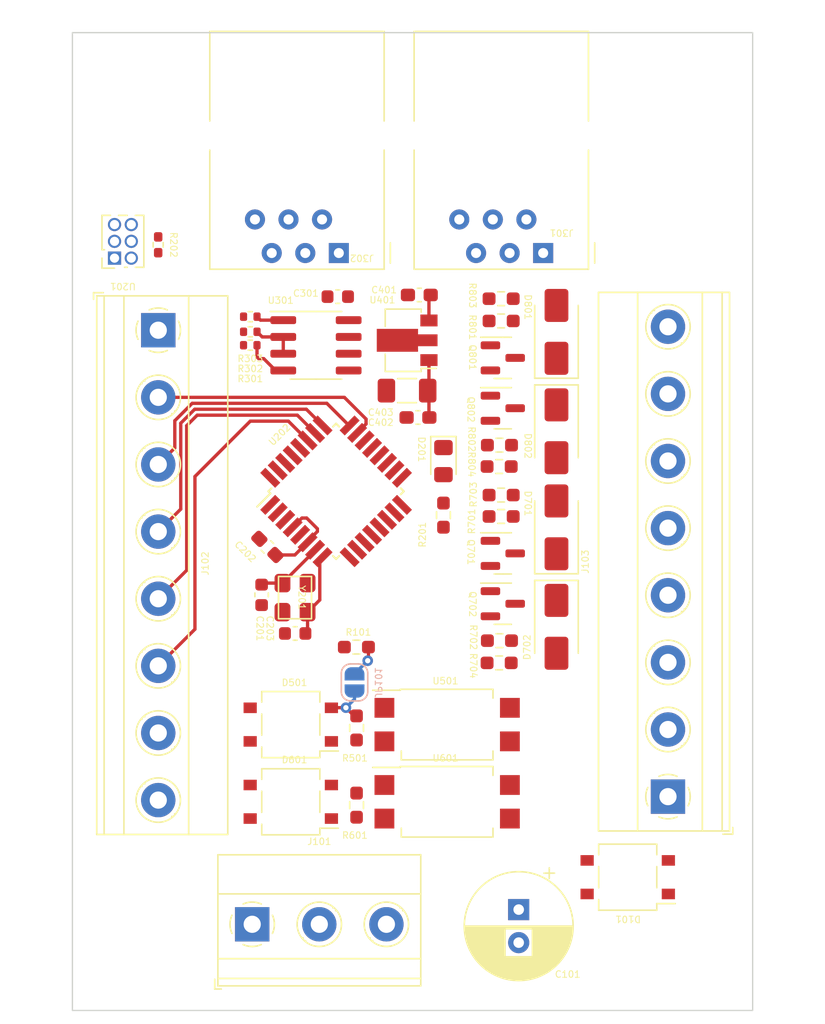
<source format=kicad_pcb>
(kicad_pcb (version 20221018) (generator pcbnew)
  (layers (0 "F.Cu" signal) (31 "B.Cu" signal) (34 "B.Paste" user) (35 "F.Paste" user) (36 "B.SilkS" user "B.Silkscreen") (37 "F.SilkS" user "F.Silkscreen") (38 "B.Mask" user) (39 "F.Mask" user) (44 "Edge.Cuts" user))
  (net 0 "")
  (net 1 "/coil_pow")
  (net 2 "GND")
  (net 3 "/atmega/X1")
  (net 4 "+5V")
  (net 5 "/atmega/X2")
  (net 6 "+12V")
  (net 7 "/AC1")
  (net 8 "/AC2")
  (net 9 "/atmega/LED")
  (net 10 "Net-(D201-A)")
  (net 11 "/sensor1/TRACK")
  (net 12 "/sensor1/COM")
  (net 13 "Net-(D501-+)")
  (net 14 "/sensor2/TRACK")
  (net 15 "Net-(D601-+)")
  (net 16 "/coil_A")
  (net 17 "/coil_B")
  (net 18 "/green")
  (net 19 "/red")
  (net 21 "/Xnet/B")
  (net 22 "/Xnet/A")
  (net 26 "Net-(Q701-G)")
  (net 27 "Net-(Q702-G)")
  (net 28 "Net-(Q801-G)")
  (net 29 "Net-(Q802-G)")
  (net 30 "Net-(JP101-B)")
  (net 31 "/atmega/reset")
  (net 32 "/Xnet/Tx")
  (net 33 "/Xnet/RS485_DIR")
  (net 34 "/Xnet/Rx")
  (net 35 "Net-(R501-Pad1)")
  (net 36 "Net-(R601-Pad1)")
  (net 37 "/Mosfet/Coil_B_TTL")
  (net 38 "/Mosfet/Coil_A_TTL")
  (net 39 "/atmega/D6")
  (net 40 "/atmega/D5")
  (net 41 "/atmega/MOSI")
  (net 42 "/atmega/MISO")
  (net 43 "/atmega/D3")
  (net 44 "/atmega/D4")
  (net 45 "/atmega/D9")
  (net 46 "/atmega/D10")
  (net 47 "/atmega/A6")
  (net 49 "/atmega/A7")
  (net 50 "/In")
  (net 51 "/add")
  (net 52 "/go")
  (net 53 "/auto")
  (net 54 "/synch")
  (net 55 "/Out")
  (footprint "Resistor_SMD:R_0603_1608Metric_Pad0.98x0.95mm_HandSolder" (layer "F.Cu") (at 72.329501 111.513)
    (fp_text reference "R702" (at -1.971501 -0.261 -90 unlocked) (layer "F.SilkS") (effects (font (size 0.5 0.5) (thickness 0.075))))
    (fp_text value "~")
    (pad "1" smd roundrect (at -0.9125 0) (size 0.975 0.95) (layers "F.Cu" "F.Paste" "F.Mask") (net 38 "/Mosfet/Coil_A_TTL"))
    (pad "2" smd roundrect (at 0.9125 0) (size 0.975 0.95) (layers "F.Cu" "F.Paste" "F.Mask") (net 27 "Net-(Q702-G)"))
  )
  (footprint "custom_kicad_lib_sk:R_0603_smalltext" (layer "F.Cu") (at 61.5 112)
    (fp_text reference "R101" (at 0.15 -1.125 unlocked) (layer "F.SilkS") (effects (font (size 0.5 0.5) (thickness 0.075))))
    (fp_text value "1k")
    (pad "1" smd roundrect (at -0.9125 0) (size 0.975 0.95) (layers "F.Cu" "F.Paste" "F.Mask") (net 4 "+5V"))
    (pad "2" smd roundrect (at 0.9125 0) (size 0.975 0.95) (layers "F.Cu" "F.Paste" "F.Mask") (net 30 "Net-(JP101-B)"))
  )
  (footprint "Package_QFP:TQFP-32_7x7mm_P0.8mm" (layer "F.Cu") (at 59.962 100.212 45)
    (fp_text reference "U202" (at 0 -6.05 45 unlocked) (layer "F.SilkS") (effects (font (size 0.5 0.5) (thickness 0.075))))
    (fp_text value "ATmega328-A")
    (pad "1" smd rect (at -4.25 -2.8 45) (size 1.6 0.55) (layers "F.Cu" "F.Paste" "F.Mask") (net 43 "/atmega/D3"))
    (pad "2" smd rect (at -4.25 -2 45) (size 1.6 0.55) (layers "F.Cu" "F.Paste" "F.Mask") (net 44 "/atmega/D4"))
    (pad "3" smd rect (at -4.25 -1.2 45) (size 1.6 0.55) (layers "F.Cu" "F.Paste" "F.Mask") (net 2 "GND"))
    (pad "4" smd rect (at -4.25 -0.4 45) (size 1.6 0.55) (layers "F.Cu" "F.Paste" "F.Mask") (net 4 "+5V"))
    (pad "5" smd rect (at -4.25 0.4 45) (size 1.6 0.55) (layers "F.Cu" "F.Paste" "F.Mask") (net 2 "GND"))
    (pad "6" smd rect (at -4.25 1.2 45) (size 1.6 0.55) (layers "F.Cu" "F.Paste" "F.Mask") (net 4 "+5V"))
    (pad "7" smd rect (at -4.25 2 45) (size 1.6 0.55) (layers "F.Cu" "F.Paste" "F.Mask") (net 3 "/atmega/X1"))
    (pad "8" smd rect (at -4.25 2.8 45) (size 1.6 0.55) (layers "F.Cu" "F.Paste" "F.Mask") (net 5 "/atmega/X2"))
    (pad "9" smd rect (at -2.8 4.25 135) (size 1.6 0.55) (layers "F.Cu" "F.Paste" "F.Mask") (net 40 "/atmega/D5"))
    (pad "10" smd rect (at -2 4.25 135) (size 1.6 0.55) (layers "F.Cu" "F.Paste" "F.Mask") (net 39 "/atmega/D6"))
    (pad "11" smd rect (at -1.2 4.25 135) (size 1.6 0.55) (layers "F.Cu" "F.Paste" "F.Mask") (net 38 "/Mosfet/Coil_A_TTL"))
    (pad "12" smd rect (at -0.4 4.25 135) (size 1.6 0.55) (layers "F.Cu" "F.Paste" "F.Mask") (net 37 "/Mosfet/Coil_B_TTL"))
    (pad "13" smd rect (at 0.4 4.25 135) (size 1.6 0.55) (layers "F.Cu" "F.Paste" "F.Mask") (net 45 "/atmega/D9"))
    (pad "14" smd rect (at 1.2 4.25 135) (size 1.6 0.55) (layers "F.Cu" "F.Paste" "F.Mask") (net 46 "/atmega/D10"))
    (pad "15" smd rect (at 2 4.25 135) (size 1.6 0.55) (layers "F.Cu" "F.Paste" "F.Mask") (net 41 "/atmega/MOSI"))
    (pad "16" smd rect (at 2.8 4.25 135) (size 1.6 0.55) (layers "F.Cu" "F.Paste" "F.Mask") (net 42 "/atmega/MISO"))
    (pad "17" smd rect (at 4.25 2.8 45) (size 1.6 0.55) (layers "F.Cu" "F.Paste" "F.Mask") (net 9 "/atmega/LED"))
    (pad "18" smd rect (at 4.25 2 45) (size 1.6 0.55) (layers "F.Cu" "F.Paste" "F.Mask") (net 4 "+5V"))
    (pad "19" smd rect (at 4.25 1.2 45) (size 1.6 0.55) (layers "F.Cu" "F.Paste" "F.Mask") (net 47 "/atmega/A6"))
    (pad "20" smd rect (at 4.25 0.4 45) (size 1.6 0.55) (layers "F.Cu" "F.Paste" "F.Mask"))
    (pad "21" smd rect (at 4.25 -0.4 45) (size 1.6 0.55) (layers "F.Cu" "F.Paste" "F.Mask") (net 2 "GND"))
    (pad "22" smd rect (at 4.25 -1.2 45) (size 1.6 0.55) (layers "F.Cu" "F.Paste" "F.Mask") (net 49 "/atmega/A7"))
    (pad "23" smd rect (at 4.25 -2 45) (size 1.6 0.55) (layers "F.Cu" "F.Paste" "F.Mask") (net 50 "/In"))
    (pad "24" smd rect (at 4.25 -2.8 45) (size 1.6 0.55) (layers "F.Cu" "F.Paste" "F.Mask") (net 51 "/add"))
    (pad "25" smd rect (at 2.8 -4.25 135) (size 1.6 0.55) (layers "F.Cu" "F.Paste" "F.Mask") (net 52 "/go"))
    (pad "26" smd rect (at 2 -4.25 135) (size 1.6 0.55) (layers "F.Cu" "F.Paste" "F.Mask") (net 53 "/auto"))
    (pad "27" smd rect (at 1.2 -4.25 135) (size 1.6 0.55) (layers "F.Cu" "F.Paste" "F.Mask") (net 54 "/synch"))
    (pad "28" smd rect (at 0.4 -4.25 135) (size 1.6 0.55) (layers "F.Cu" "F.Paste" "F.Mask") (net 55 "/Out"))
    (pad "29" smd rect (at -0.4 -4.25 135) (size 1.6 0.55) (layers "F.Cu" "F.Paste" "F.Mask") (net 31 "/atmega/reset"))
    (pad "30" smd rect (at -1.2 -4.25 135) (size 1.6 0.55) (layers "F.Cu" "F.Paste" "F.Mask") (net 34 "/Xnet/Rx"))
    (pad "31" smd rect (at -2 -4.25 135) (size 1.6 0.55) (layers "F.Cu" "F.Paste" "F.Mask") (net 32 "/Xnet/Tx"))
    (pad "32" smd rect (at -2.8 -4.25 135) (size 1.6 0.55) (layers "F.Cu" "F.Paste" "F.Mask") (net 33 "/Xnet/RS485_DIR"))
  )
  (footprint "Diode_SMD:D_SMA" (layer "F.Cu") (at 76.6475 110.465 -90)
    (fp_text reference "D702" (at 1.549 2.2255 90 unlocked) (layer "F.SilkS") (effects (font (size 0.5 0.5) (thickness 0.075))))
    (fp_text value "~")
    (pad "1" smd roundrect (at -2 0 270) (size 2.5 1.8) (layers "F.Cu" "F.Paste" "F.Mask") (roundrect_rratio 0.1388888889) (net 1 "/coil_pow"))
    (pad "2" smd roundrect (at 2 0 270) (size 2.5 1.8) (layers "F.Cu" "F.Paste" "F.Mask") (roundrect_rratio 0.1388888889) (net 17 "/coil_B"))
  )
  (footprint "TerminalBlock_Phoenix:TerminalBlock_Phoenix_MKDS-1,5-8-5.08_1x08_P5.08mm_Horizontal" (layer "F.Cu") (at 85.09 123.317 90)
    (fp_text reference "J103" (at 17.78 -6.26 90 unlocked) (layer "F.SilkS") (effects (font (size 0.5 0.5) (thickness 0.075))))
    (fp_text value "Screw_Terminal_01x08")
    (pad "1" thru_hole rect (at 0 0 90) (size 2.6 2.6) (drill 1.3) (layers "*.Cu" "*.Mask") (net 8 "/AC2"))
    (pad "2" thru_hole circle (at 5.08 0 90) (size 2.6 2.6) (drill 1.3) (layers "*.Cu" "*.Mask") (net 7 "/AC1"))
    (pad "3" thru_hole circle (at 10.16 0 90) (size 2.6 2.6) (drill 1.3) (layers "*.Cu" "*.Mask") (net 17 "/coil_B"))
    (pad "4" thru_hole circle (at 15.24 0 90) (size 2.6 2.6) (drill 1.3) (layers "*.Cu" "*.Mask") (net 1 "/coil_pow"))
    (pad "5" thru_hole circle (at 20.32 0 90) (size 2.6 2.6) (drill 1.3) (layers "*.Cu" "*.Mask") (net 16 "/coil_A"))
    (pad "6" thru_hole circle (at 25.4 0 90) (size 2.6 2.6) (drill 1.3) (layers "*.Cu" "*.Mask") (net 19 "/red"))
    (pad "7" thru_hole circle (at 30.48 0 90) (size 2.6 2.6) (drill 1.3) (layers "*.Cu" "*.Mask") (net 18 "/green"))
    (pad "8" thru_hole circle (at 35.56 0 90) (size 2.6 2.6) (drill 1.3) (layers "*.Cu" "*.Mask") (net 6 "+12V"))
  )
  (footprint "Diode_SMD:D_SMA" (layer "F.Cu") (at 76.6475 102.94 90)
    (fp_text reference "D701" (at 1.81 -2.159 270 unlocked) (layer "F.SilkS") (effects (font (size 0.5 0.5) (thickness 0.075))))
    (fp_text value "~")
    (pad "1" smd roundrect (at -2 0 90) (size 2.5 1.8) (layers "F.Cu" "F.Paste" "F.Mask") (roundrect_rratio 0.1388888889) (net 1 "/coil_pow"))
    (pad "2" smd roundrect (at 2 0 90) (size 2.5 1.8) (layers "F.Cu" "F.Paste" "F.Mask") (roundrect_rratio 0.1388888889) (net 16 "/coil_A"))
  )
  (footprint "Package_SO:SSO-4_6.7x5.1mm_P2.54mm_Clearance8mm" (layer "F.Cu") (at 68.371 123.707)
    (fp_text reference "U601" (at -0.127 -3.302 unlocked) (layer "F.SilkS") (effects (font (size 0.5 0.5) (thickness 0.075))))
    (fp_text value "EL814")
    (pad "1" smd rect (at -4.75 -1.27) (size 1.5 1.5) (layers "F.Cu" "F.Paste" "F.Mask") (net 14 "/sensor2/TRACK"))
    (pad "2" smd rect (at -4.75 1.27) (size 1.5 1.5) (layers "F.Cu" "F.Paste" "F.Mask") (net 36 "Net-(R601-Pad1)"))
    (pad "3" smd rect (at 4.75 1.27) (size 1.5 1.5) (layers "F.Cu" "F.Paste" "F.Mask") (net 2 "GND"))
    (pad "4" smd rect (at 4.75 -1.27) (size 1.5 1.5) (layers "F.Cu" "F.Paste" "F.Mask") (net 44 "/atmega/D4"))
  )
  (footprint "Capacitor_THT:CP_Radial_D8.0mm_P2.50mm" (layer "F.Cu") (at 73.787 131.866 -90)
    (fp_text reference "C101" (at 4.898 -3.708 unlocked) (layer "F.SilkS") (effects (font (size 0.5 0.5) (thickness 0.075))))
    (fp_text value "2000uF")
    (pad "1" thru_hole rect (at 0 0 270) (size 1.6 1.6) (drill 0.8) (layers "*.Cu" "*.Mask") (net 1 "/coil_pow"))
    (pad "2" thru_hole circle (at 2.5 0 270) (size 1.6 1.6) (drill 0.8) (layers "*.Cu" "*.Mask") (net 2 "GND"))
  )
  (footprint "Package_TO_SOT_SMD:SOT-23" (layer "F.Cu") (at 72.5835 104.909)
    (fp_text reference "Q701" (at -2.413 -0.096 -90 unlocked) (layer "F.SilkS") (effects (font (size 0.5 0.5) (thickness 0.075))))
    (fp_text value "~")
    (pad "1" smd roundrect (at -0.9375 -0.95) (size 1.475 0.6) (layers "F.Cu" "F.Paste" "F.Mask") (net 26 "Net-(Q701-G)"))
    (pad "2" smd roundrect (at -0.9375 0.95) (size 1.475 0.6) (layers "F.Cu" "F.Paste" "F.Mask") (net 2 "GND"))
    (pad "3" smd roundrect (at 0.9375 0) (size 1.475 0.6) (layers "F.Cu" "F.Paste" "F.Mask") (net 16 "/coil_A"))
  )
  (footprint "Resistor_SMD:R_0603_1608Metric_Pad0.98x0.95mm_HandSolder" (layer "F.Cu") (at 72.306 98.336)
    (fp_text reference "R804" (at -2.075 -0.165 -90 unlocked) (layer "F.SilkS") (effects (font (size 0.5 0.5) (thickness 0.075))))
    (fp_text value "~")
    (pad "1" smd roundrect (at -0.9125 0) (size 0.975 0.95) (layers "F.Cu" "F.Paste" "F.Mask") (net 2 "GND"))
    (pad "2" smd roundrect (at 0.9125 0) (size 0.975 0.95) (layers "F.Cu" "F.Paste" "F.Mask") (net 29 "Net-(Q802-G)"))
  )
  (footprint "custom_kicad_lib_sk:crystal_arduino" (layer "F.Cu") (at 57.073 108.306 -90)
    (fp_text reference "Y201" (at -0.05 -0.3 -90 unlocked) (layer "F.SilkS") (effects (font (size 0.5 0.5) (thickness 0.075))))
    (fp_text value "Crystal_GND2")
    (pad "1" smd roundrect (at -1.15 1.17 270) (size 1.4 1.2) (layers "F.Cu" "F.Paste" "F.Mask") (net 3 "/atmega/X1"))
    (pad "2" smd roundrect (at 1.05 1.17 270) (size 1.4 1.2) (layers "F.Cu" "F.Paste" "F.Mask") (net 2 "GND"))
    (pad "3" smd roundrect (at 1.05 -0.73 270) (size 1.4 1.2) (layers "F.Cu" "F.Paste" "F.Mask") (net 5 "/atmega/X2"))
    (pad "4" smd roundrect (at -1.15 -0.73 270) (size 1.4 1.2) (layers "F.Cu" "F.Paste" "F.Mask") (net 2 "GND"))
  )
  (footprint "Capacitor_SMD:C_0603_1608Metric" (layer "F.Cu") (at 60.089 85.48 180)
    (fp_text reference "C301" (at 2.413 0.254 unlocked) (layer "F.SilkS") (effects (font (size 0.5 0.5) (thickness 0.075))))
    (fp_text value "100nF")
    (pad "1" smd roundrect (at -0.775 0 180) (size 0.9 0.95) (layers "F.Cu" "F.Paste" "F.Mask") (net 4 "+5V"))
    (pad "2" smd roundrect (at 0.775 0 180) (size 0.9 0.95) (layers "F.Cu" "F.Paste" "F.Mask") (net 2 "GND"))
  )
  (footprint "Package_TO_SOT_SMD:TO-269AA" (layer "F.Cu") (at 82.042 129.413 180)
    (fp_text reference "D101" (at -0.027 -3.175 180 unlocked) (layer "F.SilkS") (effects (font (size 0.5 0.5) (thickness 0.075))))
    (fp_text value "MB6S")
    (pad "1" smd rect (at -3.075 -1.27 180) (size 1 0.8) (layers "F.Cu" "F.Paste" "F.Mask") (net 7 "/AC1"))
    (pad "2" smd rect (at -3.075 1.27 180) (size 1 0.8) (layers "F.Cu" "F.Paste" "F.Mask") (net 8 "/AC2"))
    (pad "3" smd rect (at 3.075 1.27 180) (size 1 0.8) (layers "F.Cu" "F.Paste" "F.Mask") (net 1 "/coil_pow"))
    (pad "4" smd rect (at 3.075 -1.27 180) (size 1 0.8) (layers "F.Cu" "F.Paste" "F.Mask") (net 2 "GND"))
  )
  (footprint "MountingHole:MountingHole_3.2mm_M3" (layer "F.Cu") (at 44 69.5)
    (fp_text reference "REF**" hide)
    (fp_text value "MountingHole_3.2mm_M3")
    (pad "" np_thru_hole circle (at 0 0) (size 3.2 3.2) (drill 3.2) (layers "F&B.Cu" "*.Mask"))
  )
  (footprint "TerminalBlock_Phoenix:TerminalBlock_Phoenix_MKDS-1,5-3-5.08_1x03_P5.08mm_Horizontal" (layer "F.Cu") (at 53.612 132.978)
    (fp_text reference "J101" (at 5.08 -6.26 unlocked) (layer "F.SilkS") (effects (font (size 0.5 0.5) (thickness 0.075))))
    (fp_text value "sensor")
    (pad "1" thru_hole rect (at 0 0) (size 2.6 2.6) (drill 1.3) (layers "*.Cu" "*.Mask") (net 11 "/sensor1/TRACK"))
    (pad "2" thru_hole circle (at 5.08 0) (size 2.6 2.6) (drill 1.3) (layers "*.Cu" "*.Mask") (net 12 "/sensor1/COM"))
    (pad "3" thru_hole circle (at 10.16 0) (size 2.6 2.6) (drill 1.3) (layers "*.Cu" "*.Mask") (net 14 "/sensor2/TRACK"))
  )
  (footprint "Capacitor_SMD:C_1206_3216Metric_Pad1.33x1.80mm_HandSolder" (layer "F.Cu") (at 65.335 92.591 180)
    (fp_text reference "C403" (at 1.9935 -1.651 unlocked) (layer "F.SilkS") (effects (font (size 0.5 0.5) (thickness 0.075))))
    (fp_text value "100uF")
    (pad "1" smd roundrect (at -1.5625 0 180) (size 1.325 1.8) (layers "F.Cu" "F.Paste" "F.Mask") (roundrect_rratio 0.188679) (net 4 "+5V"))
    (pad "2" smd roundrect (at 1.5625 0 180) (size 1.325 1.8) (layers "F.Cu" "F.Paste" "F.Mask") (roundrect_rratio 0.188679) (net 2 "GND"))
  )
  (footprint "Capacitor_SMD:C_0603_1608Metric_Pad1.08x0.95mm_HandSolder" (layer "F.Cu") (at 66.2625 85.352 180)
    (fp_text reference "C401" (at 2.667 0.381 unlocked) (layer "F.SilkS") (effects (font (size 0.5 0.5) (thickness 0.075))))
    (fp_text value "330nF")
    (pad "1" smd roundrect (at -0.8625 0 180) (size 1.075 0.95) (layers "F.Cu" "F.Paste" "F.Mask") (net 6 "+12V"))
    (pad "2" smd roundrect (at 0.8625 0 180) (size 1.075 0.95) (layers "F.Cu" "F.Paste" "F.Mask") (net 2 "GND"))
  )
  (footprint "LED_SMD:LED_0805_2012Metric_Pad1.15x1.40mm_HandSolder" (layer "F.Cu") (at 68.09 97.926 -90)
    (fp_text reference "D201" (at -0.889 1.651 -90 unlocked) (layer "F.SilkS") (effects (font (size 0.5 0.5) (thickness 0.075))))
    (fp_text value "LED")
    (pad "1" smd roundrect (at -1.025 0 270) (size 1.15 1.4) (layers "F.Cu" "F.Paste" "F.Mask") (roundrect_rratio 0.217391) (net 9 "/atmega/LED"))
    (pad "2" smd roundrect (at 1.025 0 270) (size 1.15 1.4) (layers "F.Cu" "F.Paste" "F.Mask") (roundrect_rratio 0.217391) (net 10 "Net-(D201-A)"))
  )
  (footprint "Capacitor_SMD:C_0603_1608Metric" (layer "F.Cu") (at 54.325 108.047 90)
    (fp_text reference "C201" (at -2.54 -0.127 270 unlocked) (layer "F.SilkS") (effects (font (size 0.5 0.5) (thickness 0.075))))
    (fp_text value "12pF")
    (pad "1" smd roundrect (at -0.775 0 90) (size 0.9 0.95) (layers "F.Cu" "F.Paste" "F.Mask") (net 2 "GND"))
    (pad "2" smd roundrect (at 0.775 0 90) (size 0.9 0.95) (layers "F.Cu" "F.Paste" "F.Mask") (net 3 "/atmega/X1"))
  )
  (footprint "Resistor_SMD:R_0402_1005Metric" (layer "F.Cu") (at 53.467 86.995)
    (fp_text reference "R303" (at 0 3.175 unlocked) (layer "F.SilkS") (effects (font (size 0.5 0.5) (thickness 0.075))))
    (fp_text value "10k")
    (pad "1" smd roundrect (at -0.51 0) (size 0.54 0.64) (layers "F.Cu" "F.Paste" "F.Mask") (net 4 "+5V"))
    (pad "2" smd roundrect (at 0.51 0) (size 0.54 0.64) (layers "F.Cu" "F.Paste" "F.Mask") (net 34 "/Xnet/Rx"))
  )
  (footprint "Resistor_SMD:R_0603_1608Metric_Pad0.98x0.95mm_HandSolder" (layer "F.Cu") (at 72.4565 102.115001)
    (fp_text reference "R701" (at -2.2255 0.373999 90 unlocked) (layer "F.SilkS") (effects (font (size 0.5 0.5) (thickness 0.075))))
    (fp_text value "~")
    (pad "1" smd roundrect (at -0.9125 0) (size 0.975 0.95) (layers "F.Cu" "F.Paste" "F.Mask") (net 37 "/Mosfet/Coil_B_TTL"))
    (pad "2" smd roundrect (at 0.9125 0) (size 0.975 0.95) (layers "F.Cu" "F.Paste" "F.Mask") (net 26 "Net-(Q701-G)"))
  )
  (footprint "Resistor_SMD:R_0603_1608Metric_Pad0.98x0.95mm_HandSolder" (layer "F.Cu") (at 72.4565 87.319 180)
    (fp_text reference "R801" (at 2.159 -0.476 270 unlocked) (layer "F.SilkS") (effects (font (size 0.5 0.5) (thickness 0.075))))
    (fp_text value "~")
    (pad "1" smd roundrect (at -0.9125 0 180) (size 0.975 0.95) (layers "F.Cu" "F.Paste" "F.Mask") (net 39 "/atmega/D6"))
    (pad "2" smd roundrect (at 0.9125 0 180) (size 0.975 0.95) (layers "F.Cu" "F.Paste" "F.Mask") (net 28 "Net-(Q801-G)"))
  )
  (footprint "Resistor_SMD:R_0603_1608Metric_Pad0.98x0.95mm_HandSolder" (layer "F.Cu") (at 72.4565 85.636 180)
    (fp_text reference "R803" (at 2.159 0.254 270 unlocked) (layer "F.SilkS") (effects (font (size 0.5 0.5) (thickness 0.075))))
    (fp_text value "~")
    (pad "1" smd roundrect (at -0.9125 0 180) (size 0.975 0.95) (layers "F.Cu" "F.Paste" "F.Mask") (net 2 "GND"))
    (pad "2" smd roundrect (at 0.9125 0 180) (size 0.975 0.95) (layers "F.Cu" "F.Paste" "F.Mask") (net 28 "Net-(Q801-G)"))
  )
  (footprint "Resistor_SMD:R_0603_1608Metric_Pad0.98x0.95mm_HandSolder" (layer "F.Cu") (at 72.3295 96.717)
    (fp_text reference "R802" (at -2.0985 -0.451 -90 unlocked) (layer "F.SilkS") (effects (font (size 0.5 0.5) (thickness 0.075))))
    (fp_text value "~")
    (pad "1" smd roundrect (at -0.9125 0) (size 0.975 0.95) (layers "F.Cu" "F.Paste" "F.Mask") (net 40 "/atmega/D5"))
    (pad "2" smd roundrect (at 0.9125 0) (size 0.975 0.95) (layers "F.Cu" "F.Paste" "F.Mask") (net 29 "Net-(Q802-G)"))
  )
  (footprint "Capacitor_SMD:C_0603_1608Metric" (layer "F.Cu") (at 56.865 110.968)
    (fp_text reference "C203" (at -1.905 -0.381 -90 unlocked) (layer "F.SilkS") (effects (font (size 0.5 0.5) (thickness 0.075))))
    (fp_text value "12pF")
    (pad "1" smd roundrect (at -0.775 0) (size 0.9 0.95) (layers "F.Cu" "F.Paste" "F.Mask") (net 2 "GND"))
    (pad "2" smd roundrect (at 0.775 0) (size 0.9 0.95) (layers "F.Cu" "F.Paste" "F.Mask") (net 5 "/atmega/X2"))
  )
  (footprint "Resistor_SMD:R_0402_1005Metric" (layer "F.Cu") (at 53.467 88.138)
    (fp_text reference "R302" (at 0 2.794 unlocked) (layer "F.SilkS") (effects (font (size 0.5 0.5) (thickness 0.075))))
    (fp_text value "10k")
    (pad "1" smd roundrect (at -0.51 0) (size 0.54 0.64) (layers "F.Cu" "F.Paste" "F.Mask") (net 4 "+5V"))
    (pad "2" smd roundrect (at 0.51 0) (size 0.54 0.64) (layers "F.Cu" "F.Paste" "F.Mask") (net 33 "/Xnet/RS485_DIR"))
  )
  (footprint "Resistor_SMD:R_0402_1005Metric_Pad0.72x0.64mm_HandSolder" (layer "F.Cu") (at 46.494 81.5555 -90)
    (fp_text reference "R202" (at 0 -1.17 -90 unlocked) (layer "F.SilkS") (effects (font (size 0.5 0.5) (thickness 0.075))))
    (fp_text value "10k")
    (pad "1" smd roundrect (at -0.5975 0 270) (size 0.715 0.64) (layers "F.Cu" "F.Paste" "F.Mask") (net 4 "+5V"))
    (pad "2" smd roundrect (at 0.5975 0 270) (size 0.715 0.64) (layers "F.Cu" "F.Paste" "F.Mask") (net 31 "/atmega/reset"))
  )
  (footprint "MountingHole:MountingHole_3.2mm_M3" (layer "F.Cu") (at 87.5 69.5)
    (fp_text reference "REF**" hide)
    (fp_text value "MountingHole_3.2mm_M3")
    (pad "" np_thru_hole circle (at 0 0) (size 3.2 3.2) (drill 3.2) (layers "F&B.Cu" "*.Mask"))
  )
  (footprint "custom_kicad_lib_sk:R_0603_smalltext" (layer "F.Cu") (at 61.513 118.119 90)
    (fp_text reference "R501" (at -2.286 -0.127 unlocked) (layer "F.SilkS") (effects (font (size 0.5 0.5) (thickness 0.075))))
    (fp_text value "47k")
    (pad "1" smd roundrect (at -0.9125 0 90) (size 0.975 0.95) (layers "F.Cu" "F.Paste" "F.Mask") (net 35 "Net-(R501-Pad1)"))
    (pad "2" smd roundrect (at 0.9125 0 90) (size 0.975 0.95) (layers "F.Cu" "F.Paste" "F.Mask") (net 12 "/sensor1/COM"))
  )
  (footprint "Diode_SMD:D_SMA" (layer "F.Cu") (at 76.6475 88.144 90)
    (fp_text reference "D801" (at 1.873 -2.159 270 unlocked) (layer "F.SilkS") (effects (font (size 0.5 0.5) (thickness 0.075))))
    (fp_text value "~")
    (pad "1" smd roundrect (at -2 0 90) (size 2.5 1.8) (layers "F.Cu" "F.Paste" "F.Mask") (roundrect_rratio 0.1388888889) (net 6 "+12V"))
    (pad "2" smd roundrect (at 2 0 90) (size 2.5 1.8) (layers "F.Cu" "F.Paste" "F.Mask") (roundrect_rratio 0.1388888889) (net 18 "/green"))
  )
  (footprint "Resistor_SMD:R_0603_1608Metric_Pad0.98x0.95mm_HandSolder" (layer "F.Cu") (at 68.09 102.0135 90)
    (fp_text reference "R201" (at -1.4865 -1.59 90 unlocked) (layer "F.SilkS") (effects (font (size 0.5 0.5) (thickness 0.075))))
    (fp_text value "6k2")
    (pad "1" smd roundrect (at -0.9125 0 90) (size 0.975 0.95) (layers "F.Cu" "F.Paste" "F.Mask") (net 4 "+5V"))
    (pad "2" smd roundrect (at 0.9125 0 90) (size 0.975 0.95) (layers "F.Cu" "F.Paste" "F.Mask") (net 10 "Net-(D201-A)"))
  )
  (footprint "Package_SO:SOIC-8_3.9x4.9mm_P1.27mm" (layer "F.Cu") (at 58.438 89.163)
    (fp_text reference "U301" (at -2.667 -3.4 unlocked) (layer "F.SilkS") (effects (font (size 0.5 0.5) (thickness 0.075))))
    (fp_text value "MAX485E")
    (pad "1" smd roundrect (at -2.475 -1.905) (size 1.95 0.6) (layers "F.Cu" "F.Paste" "F.Mask") (net 34 "/Xnet/Rx"))
    (pad "2" smd roundrect (at -2.475 -0.635) (size 1.95 0.6) (layers "F.Cu" "F.Paste" "F.Mask") (net 33 "/Xnet/RS485_DIR"))
    (pad "3" smd roundrect (at -2.475 0.635) (size 1.95 0.6) (layers "F.Cu" "F.Paste" "F.Mask") (net 33 "/Xnet/RS485_DIR"))
    (pad "4" smd roundrect (at -2.475 1.905) (size 1.95 0.6) (layers "F.Cu" "F.Paste" "F.Mask") (net 32 "/Xnet/Tx"))
    (pad "5" smd roundrect (at 2.475 1.905) (size 1.95 0.6) (layers "F.Cu" "F.Paste" "F.Mask") (net 2 "GND"))
    (pad "6" smd roundrect (at 2.475 0.635) (size 1.95 0.6) (layers "F.Cu" "F.Paste" "F.Mask") (net 22 "/Xnet/A"))
    (pad "7" smd roundrect (at 2.475 -0.635) (size 1.95 0.6) (layers "F.Cu" "F.Paste" "F.Mask") (net 21 "/Xnet/B"))
    (pad "8" smd roundrect (at 2.475 -1.905) (size 1.95 0.6) (layers "F.Cu" "F.Paste" "F.Mask") (net 4 "+5V"))
  )
  (footprint "Package_TO_SOT_SMD:TO-269AA" (layer "F.Cu") (at 56.533 117.865 180)
    (fp_text reference "D501" (at -0.281 3.175 unlocked) (layer "F.SilkS") (effects (font (size 0.5 0.5) (thickness 0.075))))
    (fp_text value "MB6S")
    (pad "1" smd rect (at -3.075 -1.27 180) (size 1 0.8) (layers "F.Cu" "F.Paste" "F.Mask") (net 11 "/sensor1/TRACK"))
    (pad "2" smd rect (at -3.075 1.27 180) (size 1 0.8) (layers "F.Cu" "F.Paste" "F.Mask") (net 12 "/sensor1/COM"))
    (pad "3" smd rect (at 3.075 1.27 180) (size 1 0.8) (layers "F.Cu" "F.Paste" "F.Mask") (net 13 "Net-(D501-+)"))
    (pad "4" smd rect (at 3.075 -1.27 180) (size 1 0.8) (layers "F.Cu" "F.Paste" "F.Mask") (net 13 "Net-(D501-+)"))
  )
  (footprint "Package_TO_SOT_SMD:SOT-23" (layer "F.Cu") (at 72.5835 90.113)
    (fp_text reference "Q801" (at -2.286 -0.032 -90 unlocked) (layer "F.SilkS") (effects (font (size 0.5 0.5) (thickness 0.075))))
    (fp_text value "~")
    (pad "1" smd roundrect (at -0.9375 -0.95) (size 1.475 0.6) (layers "F.Cu" "F.Paste" "F.Mask") (net 28 "Net-(Q801-G)"))
    (pad "2" smd roundrect (at -0.9375 0.95) (size 1.475 0.6) (layers "F.Cu" "F.Paste" "F.Mask") (net 2 "GND"))
    (pad "3" smd roundrect (at 0.9375 0) (size 1.475 0.6) (layers "F.Cu" "F.Paste" "F.Mask") (net 18 "/green"))
  )
  (footprint "Capacitor_SMD:C_0603_1608Metric_Pad1.08x0.95mm_HandSolder" (layer "F.Cu") (at 54.76212 104.41912 -45)
    (fp_text reference "C202" (at -0.933551 1.436841 -45 unlocked) (layer "F.SilkS") (effects (font (size 0.5 0.5) (thickness 0.075))))
    (fp_text value "100nF")
    (pad "1" smd roundrect (at -0.8625 0 315) (size 1.075 0.95) (layers "F.Cu" "F.Paste" "F.Mask") (net 2 "GND"))
    (pad "2" smd roundrect (at 0.8625 0 315) (size 1.075 0.95) (layers "F.Cu" "F.Paste" "F.Mask") (net 4 "+5V"))
  )
  (footprint "Resistor_SMD:R_0603_1608Metric_Pad0.98x0.95mm_HandSolder" (layer "F.Cu") (at 72.306 113.195)
    (fp_text reference "R704" (at -1.948 0.216 -90 unlocked) (layer "F.SilkS") (effects (font (size 0.5 0.5) (thickness 0.075))))
    (fp_text value "~")
    (pad "1" smd roundrect (at -0.9125 0) (size 0.975 0.95) (layers "F.Cu" "F.Paste" "F.Mask") (net 2 "GND"))
    (pad "2" smd roundrect (at 0.9125 0) (size 0.975 0.95) (layers "F.Cu" "F.Paste" "F.Mask") (net 27 "Net-(Q702-G)"))
  )
  (footprint "custom_kicad_lib_sk:R_0603_smalltext" (layer "F.Cu") (at 61.513 123.961 90)
    (fp_text reference "R601" (at -2.286 -0.127 unlocked) (layer "F.SilkS") (effects (font (size 0.5 0.5) (thickness 0.075))))
    (fp_text value "47k")
    (pad "1" smd roundrect (at -0.9125 0 90) (size 0.975 0.95) (layers "F.Cu" "F.Paste" "F.Mask") (net 36 "Net-(R601-Pad1)"))
    (pad "2" smd roundrect (at 0.9125 0 90) (size 0.975 0.95) (layers "F.Cu" "F.Paste" "F.Mask") (net 12 "/sensor1/COM"))
  )
  (footprint "Connector_PinSocket_1.27mm:PinSocket_2x03_P1.27mm_Vertical" (layer "F.Cu") (at 43.188 82.564 180)
    (fp_text reference "U201" (at -0.635 -2.135 180 unlocked) (layer "F.SilkS") (effects (font (size 0.5 0.5) (thickness 0.075))))
    (fp_text value "HEADER_3x2")
    (pad "1" thru_hole rect (at 0 0 180) (size 1 1) (drill 0.7) (layers "*.Cu" "*.Mask") (net 2 "GND"))
    (pad "2" thru_hole oval (at -1.27 0 180) (size 1 1) (drill 0.7) (layers "*.Cu" "*.Mask") (net 31 "/atmega/reset"))
    (pad "3" thru_hole oval (at 0 1.27 180) (size 1 1) (drill 0.7) (layers "*.Cu" "*.Mask") (net 41 "/atmega/MOSI"))
    (pad "4" thru_hole oval (at -1.27 1.27 180) (size 1 1) (drill 0.7) (layers "*.Cu" "*.Mask") (net 9 "/atmega/LED"))
    (pad "5" thru_hole oval (at 0 2.54 180) (size 1 1) (drill 0.7) (layers "*.Cu" "*.Mask") (net 4 "+5V"))
    (pad "6" thru_hole oval (at -1.27 2.54 180) (size 1 1) (drill 0.7) (layers "*.Cu" "*.Mask") (net 42 "/atmega/MISO"))
  )
  (footprint "MountingHole:MountingHole_3.2mm_M3" (layer "F.Cu") (at 44 135.5)
    (fp_text reference "REF**" hide)
    (fp_text value "MountingHole_3.2mm_M3")
    (pad "" np_thru_hole circle (at 0 0) (size 3.2 3.2) (drill 3.2) (layers "*.Cu" "*.Mask"))
  )
  (footprint "Capacitor_SMD:C_0603_1608Metric_Pad1.08x0.95mm_HandSolder" (layer "F.Cu") (at 66.162 94.623 180)
    (fp_text reference "C402" (at 2.8205 -0.381 unlocked) (layer "F.SilkS") (effects (font (size 0.5 0.5) (thickness 0.075))))
    (fp_text value "100nF")
    (pad "1" smd roundrect (at -0.8625 0 180) (size 1.075 0.95) (layers "F.Cu" "F.Paste" "F.Mask") (net 4 "+5V"))
    (pad "2" smd roundrect (at 0.8625 0 180) (size 1.075 0.95) (layers "F.Cu" "F.Paste" "F.Mask") (net 2 "GND"))
  )
  (footprint "TerminalBlock_Phoenix:TerminalBlock_Phoenix_MKDS-1,5-8-5.08_1x08_P5.08mm_Horizontal" (layer "F.Cu") (at 46.5 88.02 -90)
    (fp_text reference "J102" (at 17.653 -3.556 90 unlocked) (layer "F.SilkS") (effects (font (size 0.5 0.5) (thickness 0.075))))
    (fp_text value "Screw_Terminal_01x08")
    (pad "1" thru_hole rect (at 0 0 270) (size 2.6 2.6) (drill 1.3) (layers "*.Cu" "*.Mask") (net 2 "GND"))
    (pad "2" thru_hole circle (at 5.08 0 270) (size 2.6 2.6) (drill 1.3) (layers "*.Cu" "*.Mask") (net 50 "/In"))
    (pad "3" thru_hole circle (at 10.16 0 270) (size 2.6 2.6) (drill 1.3) (layers "*.Cu" "*.Mask") (net 51 "/add"))
    (pad "4" thru_hole circle (at 15.24 0 270) (size 2.6 2.6) (drill 1.3) (layers "*.Cu" "*.Mask") (net 52 "/go"))
    (pad "5" thru_hole circle (at 20.32 0 270) (size 2.6 2.6) (drill 1.3) (layers "*.Cu" "*.Mask") (net 53 "/auto"))
    (pad "6" thru_hole circle (at 25.4 0 270) (size 2.6 2.6) (drill 1.3) (layers "*.Cu" "*.Mask") (net 54 "/synch"))
    (pad "7" thru_hole circle (at 30.48 0 270) (size 2.6 2.6) (drill 1.3) (layers "*.Cu" "*.Mask") (net 55 "/Out"))
    (pad "8" thru_hole circle (at 35.56 0 270) (size 2.6 2.6) (drill 1.3) (layers "*.Cu" "*.Mask") (net 2 "GND"))
  )
  (footprint "Package_TO_SOT_SMD:SOT-23" (layer "F.Cu") (at 72.5835 93.923)
    (fp_text reference "Q802" (at -2.413 0.095 -90 unlocked) (layer "F.SilkS") (effects (font (size 0.5 0.5) (thickness 0.075))))
    (fp_text value "~")
    (pad "1" smd roundrect (at -0.9375 -0.95) (size 1.475 0.6) (layers "F.Cu" "F.Paste" "F.Mask") (net 29 "Net-(Q802-G)"))
    (pad "2" smd roundrect (at -0.9375 0.95) (size 1.475 0.6) (layers "F.Cu" "F.Paste" "F.Mask") (net 2 "GND"))
    (pad "3" smd roundrect (at 0.9375 0) (size 1.475 0.6) (layers "F.Cu" "F.Paste" "F.Mask") (net 19 "/red"))
  )
  (footprint "Resistor_SMD:R_0603_1608Metric_Pad0.98x0.95mm_HandSolder" (layer "F.Cu") (at 72.4565 100.495)
    (fp_text reference "R703" (at -2.0985 -0.038 90 unlocked) (layer "F.SilkS") (effects (font (size 0.5 0.5) (thickness 0.075))))
    (fp_text value "~")
    (pad "1" smd roundrect (at -0.9125 0) (size 0.975 0.95) (layers "F.Cu" "F.Paste" "F.Mask") (net 2 "GND"))
    (pad "2" smd roundrect (at 0.9125 0) (size 0.975 0.95) (layers "F.Cu" "F.Paste" "F.Mask") (net 26 "Net-(Q701-G)"))
  )
  (footprint "Diode_SMD:D_SMA" (layer "F.Cu") (at 76.6475 95.669 -90)
    (fp_text reference "D802" (at 1.105 2.159 -90 unlocked) (layer "F.SilkS") (effects (font (size 0.5 0.5) (thickness 0.075))))
    (fp_text value "~")
    (pad "1" smd roundrect (at -2 0 270) (size 2.5 1.8) (layers "F.Cu" "F.Paste" "F.Mask") (roundrect_rratio 0.1388888889) (net 6 "+12V"))
    (pad "2" smd roundrect (at 2 0 270) (size 2.5 1.8) (layers "F.Cu" "F.Paste" "F.Mask") (roundrect_rratio 0.1388888889) (net 19 "/red"))
  )
  (footprint "custom_kicad_lib_sk:RJ12" (layer "F.Cu") (at 60.17 82.178 180)
    (fp_text reference "J302" (at -1.754 -0.381 180 unlocked) (layer "F.SilkS") (effects (font (size 0.5 0.5) (thickness 0.075))))
    (fp_text value "RJ12")
    (pad "" np_thru_hole circle (at -1.91 8.89 180) (size 3.25 3.25) (drill 3.25) (layers "*.Cu" "*.Mask"))
    (pad "" np_thru_hole circle (at 8.25 8.89 180) (size 3.25 3.25) (drill 3.25) (layers "*.Cu" "*.Mask"))
    (pad "1" thru_hole rect (at 0 0 180) (size 1.52 1.52) (drill 0.76) (layers "*.Cu" "*.Mask"))
    (pad "2" thru_hole circle (at 1.27 2.54 180) (size 1.52 1.52) (drill 0.76) (layers "*.Cu" "*.Mask") (net 2 "GND"))
    (pad "3" thru_hole circle (at 2.54 0 180) (size 1.52 1.52) (drill 0.76) (layers "*.Cu" "*.Mask") (net 21 "/Xnet/B"))
    (pad "4" thru_hole circle (at 3.81 2.54 180) (size 1.52 1.52) (drill 0.76) (layers "*.Cu" "*.Mask") (net 22 "/Xnet/A"))
    (pad "5" thru_hole circle (at 5.08 0 180) (size 1.52 1.52) (drill 0.76) (layers "*.Cu" "*.Mask") (net 6 "+12V"))
    (pad "6" thru_hole circle (at 6.35 2.54 180) (size 1.52 1.52) (drill 0.76) (layers "*.Cu" "*.Mask"))
  )
  (footprint "Package_TO_SOT_SMD:TO-269AA" (layer "F.Cu") (at 56.533 123.707 180)
    (fp_text reference "D601" (at -0.281 3.175 unlocked) (layer "F.SilkS") (effects (font (size 0.5 0.5) (thickness 0.075))))
    (fp_text value "MB6S")
    (pad "1" smd rect (at -3.075 -1.27 180) (size 1 0.8) (layers "F.Cu" "F.Paste" "F.Mask") (net 14 "/sensor2/TRACK"))
    (pad "2" smd rect (at -3.075 1.27 180) (size 1 0.8) (layers "F.Cu" "F.Paste" "F.Mask") (net 12 "/sensor1/COM"))
    (pad "3" smd rect (at 3.075 1.27 180) (size 1 0.8) (layers "F.Cu" "F.Paste" "F.Mask") (net 15 "Net-(D601-+)"))
    (pad "4" smd rect (at 3.075 -1.27 180) (size 1 0.8) (layers "F.Cu" "F.Paste" "F.Mask") (net 15 "Net-(D601-+)"))
  )
  (footprint "MountingHole:MountingHole_3.2mm_M3" (layer "F.Cu") (at 87.5 135.5)
    (fp_text reference "REF**" hide)
    (fp_text value "MountingHole_3.2mm_M3")
    (pad "" np_thru_hole circle (at 0 0) (size 3.2 3.2) (drill 3.2) (layers "F&B.Cu" "*.Mask"))
  )
  (footprint "Package_TO_SOT_SMD:SOT-23" (layer "F.Cu") (at 72.583501 108.719)
    (fp_text reference "Q702" (at -2.286001 0.031 -90 unlocked) (layer "F.SilkS") (effects (font (size 0.5 0.5) (thickness 0.075))))
    (fp_text value "~")
    (pad "1" smd roundrect (at -0.9375 -0.95) (size 1.475 0.6) (layers "F.Cu" "F.Paste" "F.Mask") (net 27 "Net-(Q702-G)"))
    (pad "2" smd roundrect (at -0.9375 0.95) (size 1.475 0.6) (layers "F.Cu" "F.Paste" "F.Mask") (net 2 "GND"))
    (pad "3" smd roundrect (at 0.9375 0) (size 1.475 0.6) (layers "F.Cu" "F.Paste" "F.Mask") (net 17 "/coil_B"))
  )
  (footprint "custom_kicad_lib_sk:RJ12" (layer "F.Cu") (at 75.64 82.178 180)
    (fp_text reference "J301" (at -1.397 1.524 180 unlocked) (layer "F.SilkS") (effects (font (size 0.5 0.5) (thickness 0.075))))
    (fp_text value "RJ12")
    (pad "" np_thru_hole circle (at -1.91 8.89 180) (size 3.25 3.25) (drill 3.25) (layers "*.Cu" "*.Mask"))
    (pad "" np_thru_hole circle (at 8.25 8.89 180) (size 3.25 3.25) (drill 3.25) (layers "*.Cu" "*.Mask"))
    (pad "1" thru_hole rect (at 0 0 180) (size 1.52 1.52) (drill 0.76) (layers "*.Cu" "*.Mask"))
    (pad "2" thru_hole circle (at 1.27 2.54 180) (size 1.52 1.52) (drill 0.76) (layers "*.Cu" "*.Mask") (net 2 "GND"))
    (pad "3" thru_hole circle (at 2.54 0 180) (size 1.52 1.52) (drill 0.76) (layers "*.Cu" "*.Mask") (net 21 "/Xnet/B"))
    (pad "4" thru_hole circle (at 3.81 2.54 180) (size 1.52 1.52) (drill 0.76) (layers "*.Cu" "*.Mask") (net 22 "/Xnet/A"))
    (pad "5" thru_hole circle (at 5.08 0 180) (size 1.52 1.52) (drill 0.76) (layers "*.Cu" "*.Mask") (net 6 "+12V"))
    (pad "6" thru_hole circle (at 6.35 2.54 180) (size 1.52 1.52) (drill 0.76) (layers "*.Cu" "*.Mask"))
  )
  (footprint "Package_SO:SSO-4_6.7x5.1mm_P2.54mm_Clearance8mm" (layer "F.Cu") (at 68.371 117.865)
    (fp_text reference "U501" (at -0.127 -3.302 unlocked) (layer "F.SilkS") (effects (font (size 0.5 0.5) (thickness 0.075))))
    (fp_text value "EL814")
    (pad "1" smd rect (at -4.75 -1.27) (size 1.5 1.5) (layers "F.Cu" "F.Paste" "F.Mask") (net 11 "/sensor1/TRACK"))
    (pad "2" smd rect (at -4.75 1.27) (size 1.5 1.5) (layers "F.Cu" "F.Paste" "F.Mask") (net 35 "Net-(R501-Pad1)"))
    (pad "3" smd rect (at 4.75 1.27) (size 1.5 1.5) (layers "F.Cu" "F.Paste" "F.Mask") (net 2 "GND"))
    (pad "4" smd rect (at 4.75 -1.27) (size 1.5 1.5) (layers "F.Cu" "F.Paste" "F.Mask") (net 43 "/atmega/D3"))
  )
  (footprint "Resistor_SMD:R_0402_1005Metric" (layer "F.Cu") (at 53.465 89.154)
    (fp_text reference "R301" (at 0.002 2.54 unlocked) (layer "F.SilkS") (effects (font (size 0.5 0.5) (thickness 0.075))))
    (fp_text value "10k")
    (pad "1" smd roundrect (at -0.51 0) (size 0.54 0.64) (layers "F.Cu" "F.Paste" "F.Mask") (net 4 "+5V"))
    (pad "2" smd roundrect (at 0.51 0) (size 0.54 0.64) (layers "F.Cu" "F.Paste" "F.Mask") (net 32 "/Xnet/Tx"))
  )
  (footprint "Package_TO_SOT_SMD:SOT-89-3" (layer "F.Cu") (at 65.042 88.782 180)
    (fp_text reference "U401" (at 1.5735 3.049 unlocked) (layer "F.SilkS") (effects (font (size 0.5 0.5) (thickness 0.075))))
    (fp_text value "L78L05_SOT89")
    (pad "1" smd rect (at -1.95 -1.5 180) (size 1.3 0.9) (layers "F.Cu" "F.Paste" "F.Mask") (net 4 "+5V"))
    (pad "2" smd custom (at -1.8625 0 180) (size 1.475 0.9) (layers "F.Cu" "F.Paste" "F.Mask") (net 2 "GND") (options (clearance outline) (anchor rect)) (primitives (gr_poly (pts (xy 3.8625 0.8665) (xy 0.7375 0.8665) (xy 0.7375 -0.8665) (xy 3.8625 -0.8665)) (width 0) (fill yes))))
    (pad "3" smd rect (at -1.95 1.5 180) (size 1.3 0.9) (layers "F.Cu" "F.Paste" "F.Mask") (net 6 "+12V"))
  )
  (footprint "Jumper:SolderJumper-2_P1.3mm_Open_RoundedPad1.0x1.5mm" (layer "B.Cu") (at 61.359 114.675 90)
    (fp_text reference "JP101" (at 0 1.8 270 unlocked) (layer "B.SilkS") (effects (font (size 0.5 0.5) (thickness 0.075)) (justify mirror)))
    (fp_text value "SolderJumper_2_Open")
    (pad "1" smd custom (at -0.65 0 90) (size 1 0.5) (layers "B.Cu" "B.Mask") (net 12 "/sensor1/COM") (options (clearance outline) (anchor rect)) (primitives (gr_circle (center 0 -0.25) (end 0.5 -0.25) (width 0) (fill yes)) (gr_circle (center 0 0.25) (end 0.5 0.25) (width 0) (fill yes)) (gr_poly (pts (xy 0.5 -0.75) (xy 0 -0.75) (xy 0 0.75) (xy 0.5 0.75)) (width 0) (fill yes))))
    (pad "2" smd custom (at 0.65 0 90) (size 1 0.5) (layers "B.Cu" "B.Mask") (net 30 "Net-(JP101-B)") (options (clearance outline) (anchor rect)) (primitives (gr_circle (center 0 -0.25) (end 0.5 -0.25) (width 0) (fill yes)) (gr_circle (center 0 0.25) (end 0.5 0.25) (width 0) (fill yes)) (gr_poly (pts (xy 0 -0.75) (xy -0.5 -0.75) (xy -0.5 0.75) (xy 0 0.75)) (width 0) (fill yes))))
  )
  (gr_rect (start 40 65.5) (end 91.5 139.5) (stroke (width 0.1)) (fill none) (layer "Edge.Cuts"))
  (segment (start 58.37101 104.631417) (end 58.37101 104.68799) (width 0.25) (layer "F.Cu") (net 3))
  (segment (start 54.441 107.156) (end 54.325 107.272) (width 0.25) (layer "F.Cu") (net 3))
  (segment (start 58.37101 104.68799) (end 55.903 107.156) (width 0.25) (layer "F.Cu") (net 3))
  (segment (start 55.903 107.156) (end 54.441 107.156) (width 0.25) (layer "F.Cu") (net 3))
  (segment (start 66.992 90.282) (end 66.992 94.5905) (width 0.25) (layer "F.Cu") (net 4))
  (segment (start 57.805324 103.992676) (end 58.547 103.251) (width 0.25) (layer "F.Cu") (net 4))
  (segment (start 56.842056 105.029) (end 57.805324 104.065732) (width 0.25) (layer "F.Cu") (net 4))
  (segment (start 57.373314 102.235) (end 56.673953 102.934361) (width 0.25) (layer "F.Cu") (net 4))
  (segment (start 57.738792 102.235) (end 57.373314 102.235) (width 0.25) (layer "F.Cu") (net 4))
  (segment (start 58.547 103.251) (end 58.547 103.043208) (width 0.25) (layer "F.Cu") (net 4))
  (segment (start 55.372 105.029) (end 56.842056 105.029) (width 0.25) (layer "F.Cu") (net 4))
  (segment (start 58.547 103.043208) (end 57.738792 102.235) (width 0.25) (layer "F.Cu") (net 4))
  (segment (start 57.805324 104.065732) (end 57.805324 103.992676) (width 0.25) (layer "F.Cu") (net 4))
  (segment (start 66.992 94.5905) (end 67.0245 94.623) (width 0.25) (layer "F.Cu") (net 4))
  (segment (start 58.728 105.405798) (end 58.728 108.431) (width 0.25) (layer "F.Cu") (net 5))
  (segment (start 57.803 109.356) (end 57.803 110.805) (width 0.25) (layer "F.Cu") (net 5))
  (segment (start 57.803 110.805) (end 57.64 110.968) (width 0.25) (layer "F.Cu") (net 5))
  (segment (start 58.936695 105.197103) (end 58.728 105.405798) (width 0.25) (layer "F.Cu") (net 5))
  (segment (start 58.728 108.431) (end 57.803 109.356) (width 0.25) (layer "F.Cu") (net 5))
  (segment (start 66.992 87.282) (end 66.992 85.485) (width 0.25) (layer "F.Cu") (net 6))
  (segment (start 66.992 85.485) (end 67.125 85.352) (width 0.25) (layer "F.Cu") (net 6))
  (segment (start 60.706 116.586) (end 59.617 116.586) (width 0.25) (layer "F.Cu") (net 12))
  (segment (start 59.617 116.586) (end 59.608 116.595) (width 0.25) (layer "F.Cu") (net 12))
  (segment (start 61.3265 117.2065) (end 60.706 116.586) (width 0.25) (layer "F.Cu") (net 12))
  (segment (start 61.513 117.2065) (end 61.3265 117.2065) (width 0.25) (layer "F.Cu") (net 12))
  (via (at 60.706 116.586) (size 0.8) (drill 0.4) (layers "F.Cu" "B.Cu") (net 12))
  (segment (start 61.359 115.325) (end 61.359 115.933) (width 0.25) (layer "B.Cu") (net 12))
  (segment (start 61.359 115.933) (end 60.706 116.586) (width 0.25) (layer "B.Cu") (net 12))
  (segment (start 62.4125 112) (end 62.4125 112.9745) (width 0.25) (layer "F.Cu") (net 30))
  (segment (start 62.4125 112.9745) (end 62.357 113.03) (width 0.25) (layer "F.Cu") (net 30))
  (via (at 62.357 113.03) (size 0.8) (drill 0.4) (layers "F.Cu" "B.Cu") (net 30))
  (segment (start 62.354 113.03) (end 61.359 114.025) (width 0.25) (layer "B.Cu") (net 30))
  (segment (start 62.357 113.03) (end 62.354 113.03) (width 0.25) (layer "B.Cu") (net 30))
  (segment (start 54.483 90.17) (end 55.381 91.068) (width 0.25) (layer "F.Cu") (net 32))
  (segment (start 53.975 90.043) (end 54.102 90.17) (width 0.25) (layer "F.Cu") (net 32))
  (segment (start 53.975 89.154) (end 53.975 90.043) (width 0.25) (layer "F.Cu") (net 32))
  (segment (start 55.381 91.068) (end 55.963 91.068) (width 0.25) (layer "F.Cu") (net 32))
  (segment (start 54.102 90.17) (end 54.483 90.17) (width 0.25) (layer "F.Cu") (net 32))
  (segment (start 55.963 89.798) (end 55.963 88.528) (width 0.25) (layer "F.Cu") (net 33))
  (segment (start 55.963 88.528) (end 54.367 88.528) (width 0.25) (layer "F.Cu") (net 33))
  (segment (start 54.367 88.528) (end 53.977 88.138) (width 0.25) (layer "F.Cu") (net 33))
  (segment (start 54.24 87.258) (end 53.977 86.995) (width 0.25) (layer "F.Cu") (net 34))
  (segment (start 55.963 87.258) (end 54.24 87.258) (width 0.25) (layer "F.Cu") (net 34))
  (segment (start 60.588 93.1) (end 46.5 93.1) (width 0.25) (layer "F.Cu") (net 50))
  (segment (start 62.23 94.742) (end 60.588 93.1) (width 0.25) (layer "F.Cu") (net 50))
  (segment (start 61.55299 95.792583) (end 62.23 95.115573) (width 0.25) (layer "F.Cu") (net 50))
  (segment (start 62.23 95.115573) (end 62.23 94.742) (width 0.25) (layer "F.Cu") (net 50))
  (segment (start 49.071 93.55) (end 47.752 94.869) (width 0.25) (layer "F.Cu") (net 51))
  (segment (start 60.987305 95.226897) (end 60.936897 95.226897) (width 0.25) (layer "F.Cu") (net 51))
  (segment (start 47.752 94.869) (end 47.752 96.928) (width 0.25) (layer "F.Cu") (net 51))
  (segment (start 47.752 96.928) (end 46.5 98.18) (width 0.25) (layer "F.Cu") (net 51))
  (segment (start 59.26 93.55) (end 49.071 93.55) (width 0.25) (layer "F.Cu") (net 51))
  (segment (start 60.936897 95.226897) (end 59.26 93.55) (width 0.25) (layer "F.Cu") (net 51))
  (segment (start 49.257396 94) (end 48.202 95.055396) (width 0.25) (layer "F.Cu") (net 52))
  (segment (start 58.936695 95.226897) (end 57.709798 94) (width 0.25) (layer "F.Cu") (net 52))
  (segment (start 48.202 95.055396) (end 48.202 101.558) (width 0.25) (layer "F.Cu") (net 52))
  (segment (start 48.202 101.558) (end 46.5 103.26) (width 0.25) (layer "F.Cu") (net 52))
  (segment (start 57.709798 94) (end 49.257396 94) (width 0.25) (layer "F.Cu") (net 52))
  (segment (start 57.028427 94.45) (end 49.443792 94.45) (width 0.25) (layer "F.Cu") (net 53))
  (segment (start 48.652 106.188) (end 46.5 108.34) (width 0.25) (layer "F.Cu") (net 53))
  (segment (start 48.652 95.241792) (end 48.652 106.188) (width 0.25) (layer "F.Cu") (net 53))
  (segment (start 58.37101 95.792583) (end 57.028427 94.45) (width 0.25) (layer "F.Cu") (net 53))
  (segment (start 49.443792 94.45) (end 48.652 95.241792) (width 0.25) (layer "F.Cu") (net 53))
  (segment (start 57.805324 96.358268) (end 56.347056 94.9) (width 0.25) (layer "F.Cu") (net 54))
  (segment (start 56.347056 94.9) (end 53.467 94.9) (width 0.25) (layer "F.Cu") (net 54))
  (segment (start 53.467 94.9) (end 49.276 99.091) (width 0.25) (layer "F.Cu") (net 54))
  (segment (start 49.276 99.091) (end 49.276 110.644) (width 0.25) (layer "F.Cu") (net 54))
  (segment (start 49.276 110.644) (end 46.5 113.42) (width 0.25) (layer "F.Cu") (net 54))
)
</source>
